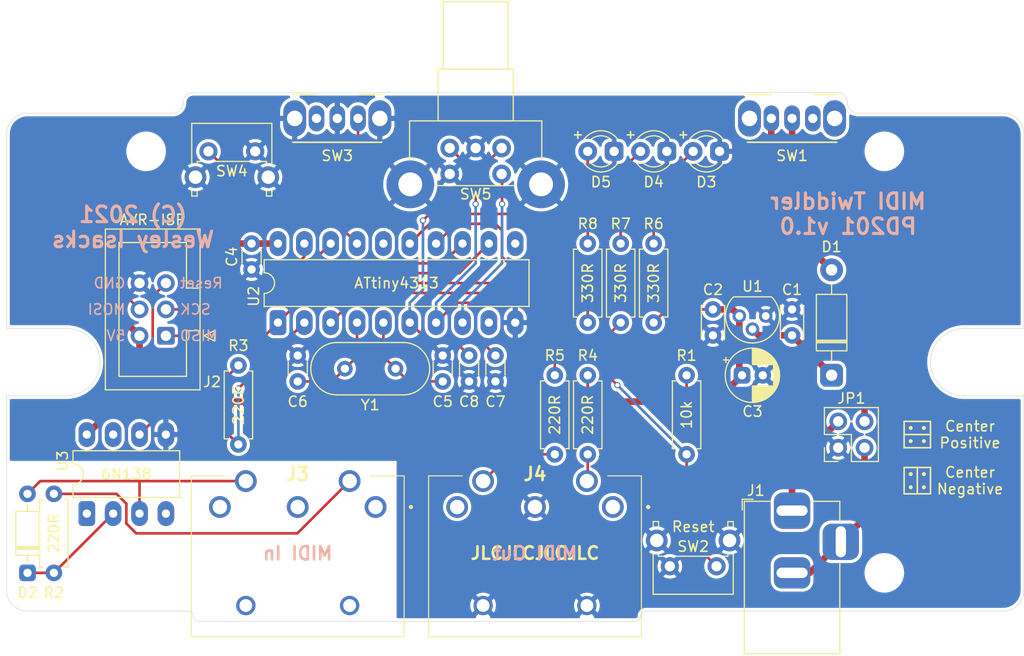
<source format=kicad_pcb>
(kicad_pcb (version 20211014) (generator pcbnew)
  (layers (0 "F.Cu" signal) (31 "B.Cu" signal) (36 "B.SilkS" user "B.Silkscreen") (37 "F.SilkS" user "F.Silkscreen") (38 "B.Mask" user) (39 "F.Mask" user) (44 "Edge.Cuts" user))
  (net 0 "")
  (net 1 "GND")
  (net 2 "+5V")
  (net 3 "/MOSI")
  (net 4 "/SCK")
  (net 5 "/MISO")
  (net 6 "RX")
  (net 7 "TX")
  (net 8 "LED2")
  (net 9 "LED1")
  (net 10 "/X1")
  (net 11 "/X2")
  (net 12 "/J1Pin")
  (net 13 "/J1Brl")
  (net 14 "/LEDP")
  (net 15 "/LED1'")
  (net 16 "/LED2'")
  (net 17 "/Raw''")
  (net 18 "/Raw'")
  (net 19 "/In-")
  (net 20 "/In+'")
  (net 21 "~{Reset}")
  (net 22 "/In+")
  (net 23 "/Out-")
  (net 24 "/Out+")
  (net 25 "/Raw")
  (net 26 "Switch")
  (net 27 "Button")
  (net 28 "Enc_A")
  (net 29 "Enc_B")
  (net 30 "Enc_SW")
  (footprint "MountingHole:MountingHole_3.2mm_M3" (layer "F.Cu") (at 116.84 81.28)
    (fp_text reference "MH1" hide)
    (fp_text value "3.2mm" hide)
    (pad "" np_thru_hole circle locked (at 0 0) (size 3.2 3.2) (drill 3.2) (layers *.Cu *.Mask))
  )
  (footprint "MountingHole:MountingHole_3.2mm_M3" (layer "F.Cu") (at 187.96 81.28)
    (fp_text reference "MH2" hide)
    (fp_text value "3.2mm" hide)
    (pad "" np_thru_hole circle locked (at 0 0) (size 3.2 3.2) (drill 3.2) (layers *.Cu *.Mask))
  )
  (footprint "MountingHole:MountingHole_3.2mm_M3" (layer "F.Cu") (at 187.96 121.92)
    (fp_text reference "MH4" hide)
    (fp_text value "3.2mm" hide)
    (pad "" np_thru_hole circle locked (at 0 0) (size 3.2 3.2) (drill 3.2) (layers *.Cu *.Mask))
  )
  (footprint "MountingHole:MountingHole_3.2mm_M3" (layer "F.Cu") (at 116.84 121.92)
    (fp_text reference "MH3" hide)
    (fp_text value "3.2mm" hide)
    (pad "" np_thru_hole circle locked (at 0 0) (size 3.2 3.2) (drill 3.2) (layers *.Cu *.Mask))
  )
  (footprint "Capacitor_THT:C_Disc_D3.0mm_W2.0mm_P2.50mm" (layer "F.Cu") (at 171.45 96.52 -90)
    (fp_text reference "C2" (at -1.905 0 180) (layer "F.SilkS"))
    (fp_text value "1uF")
    (pad "1" thru_hole circle (at 0 0 270) (size 1.6 1.6) (drill 0.8) (layers *.Cu *.Mask) (net 2 "+5V"))
    (pad "2" thru_hole circle (at 2.5 0 270) (size 1.6 1.6) (drill 0.8) (layers *.Cu *.Mask) (net 1 "GND"))
  )
  (footprint "LED_THT:LED_D3.0mm" (layer "F.Cu") (at 161.925 81.28 180)
    (fp_text reference "D5" (at 1.27 -2.96) (layer "F.SilkS"))
    (fp_text value "Yellow")
    (pad "1" thru_hole roundrect (at 0 0 180) (size 1.8 1.8) (drill 0.9) (layers *.Cu *.Mask) (net 1 "GND"))
    (pad "2" thru_hole circle (at 2.54 0 180) (size 1.8 1.8) (drill 0.9) (layers *.Cu *.Mask) (net 16 "/LED2'"))
  )
  (footprint "miditwiddle:DIN-5-180-Socket" (layer "F.Cu") (at 138.945 115.57)
    (fp_text reference "J3" (at -7.5 -3.175) (layer "F.SilkS") (effects (font (size 1.27 1.27) (thickness 0.254))))
    (fp_text value "MIDI In" (at -7.5 4.475) (layer "B.SilkS") (effects (font (size 1.27 1.27) (thickness 0.254)) (justify mirror)))
    (pad "1" thru_hole circle locked (at 0 0) (size 2.1 2.1) (drill 1.4) (layers *.Cu *.Mask))
    (pad "2" thru_hole circle locked (at -7.5 0) (size 2.1 2.1) (drill 1.4) (layers *.Cu *.Mask))
    (pad "3" thru_hole circle locked (at -15 0) (size 2.1 2.1) (drill 1.4) (layers *.Cu *.Mask))
    (pad "4" thru_hole circle locked (at -2.5 -2.5) (size 2.1 2.1) (drill 1.4) (layers *.Cu *.Mask) (net 22 "/In+"))
    (pad "5" thru_hole circle locked (at -12.5 -2.5) (size 2.1 2.1) (drill 1.4) (layers *.Cu *.Mask) (net 19 "/In-"))
    (pad "MH1" thru_hole circle locked (at -2.5 9.5) (size 1.86 1.86) (drill 1.24) (layers *.Cu *.Mask))
    (pad "MH2" thru_hole circle locked (at -12.5 9.5) (size 1.86 1.86) (drill 1.24) (layers *.Cu *.Mask))
  )
  (footprint "miditwiddle:DIN-5-180-Socket" (layer "F.Cu") (at 161.805 115.57)
    (fp_text reference "J4" (at -7.5 -3.175) (layer "F.SilkS") (effects (font (size 1.27 1.27) (thickness 0.254))))
    (fp_text value "MIDI Out" (at -7.5 4.475) (layer "B.SilkS") (effects (font (size 1.27 1.27) (thickness 0.254)) (justify mirror)))
    (pad "1" thru_hole circle locked (at 0 0) (size 2.1 2.1) (drill 1.4) (layers *.Cu *.Mask))
    (pad "2" thru_hole circle locked (at -7.5 0) (size 2.1 2.1) (drill 1.4) (layers *.Cu *.Mask) (net 1 "GND"))
    (pad "3" thru_hole circle locked (at -15 0) (size 2.1 2.1) (drill 1.4) (layers *.Cu *.Mask))
    (pad "4" thru_hole circle locked (at -2.5 -2.5) (size 2.1 2.1) (drill 1.4) (layers *.Cu *.Mask) (net 24 "/Out+"))
    (pad "5" thru_hole circle locked (at -12.5 -2.5) (size 2.1 2.1) (drill 1.4) (layers *.Cu *.Mask) (net 23 "/Out-"))
    (pad "MH1" thru_hole circle locked (at -2.5 9.5) (size 1.86 1.86) (drill 1.24) (layers *.Cu *.Mask) (net 1 "GND"))
    (pad "MH2" thru_hole circle locked (at -12.5 9.5) (size 1.86 1.86) (drill 1.24) (layers *.Cu *.Mask) (net 1 "GND"))
  )
  (footprint "Resistor_THT:R_Axial_DIN0207_L6.3mm_D2.5mm_P7.62mm_Horizontal" (layer "F.Cu") (at 156.21 110.49 90)
    (fp_text reference "R5" (at 9.525 0 180) (layer "F.SilkS"))
    (fp_text value "220R" (at 3.81 0 90) (layer "F.SilkS"))
    (pad "1" thru_hole circle (at 0 0 90) (size 1.6 1.6) (drill 0.8) (layers *.Cu *.Mask) (net 23 "/Out-"))
    (pad "2" thru_hole oval (at 7.62 0 90) (size 1.6 1.6) (drill 0.8) (layers *.Cu *.Mask) (net 7 "TX"))
  )
  (footprint "Diode_THT:D_DO-41_SOD81_P10.16mm_Horizontal" (layer "F.Cu") (at 182.88 102.87 90)
    (fp_text reference "D1" (at 12.3825 0 180) (layer "F.SilkS"))
    (fp_text value "1N4001")
    (pad "1" thru_hole roundrect (at 0 0 90) (size 2.2 2.2) (drill 1.1) (layers *.Cu *.Mask) (net 17 "/Raw''"))
    (pad "2" thru_hole oval (at 10.16 0 90) (size 2.2 2.2) (drill 1.1) (layers *.Cu *.Mask) (net 18 "/Raw'"))
  )
  (footprint "Connector_PinHeader_2.54mm:PinHeader_2x02_P2.54mm_Vertical" (layer "F.Cu") (at 183.515 109.855 90)
    (fp_text reference "JP1" (at 4.7625 1.27 180) (layer "F.SilkS"))
    (fp_text value "Polarity")
    (pad "1" thru_hole circle (at 0 0 90) (size 1.7 1.7) (drill 1) (layers *.Cu *.Mask) (net 1 "GND"))
    (pad "2" thru_hole oval (at 2.54 0 90) (size 1.7 1.7) (drill 1) (layers *.Cu *.Mask) (net 12 "/J1Pin"))
    (pad "3" thru_hole oval (at 0 2.54 90) (size 1.7 1.7) (drill 1) (layers *.Cu *.Mask) (net 13 "/J1Brl"))
    (pad "4" thru_hole oval (at 2.54 2.54 90) (size 1.7 1.7) (drill 1) (layers *.Cu *.Mask) (net 25 "/Raw"))
  )
  (footprint "Button_Switch_THT:SW_Tactile_SPST_Angled_PTS645Vx83-2LFS" (layer "F.Cu") (at 171.795 121.285 180)
    (fp_text reference "SW2" (at 2.25 1.905) (layer "F.SilkS"))
    (fp_text value "Reset" (at 2.25 3.81) (layer "F.SilkS"))
    (pad "" thru_hole circle (at -1.25 2.49 180) (size 2.1 2.1) (drill 1.3) (layers *.Cu *.Mask) (net 1 "GND"))
    (pad "" thru_hole circle (at 5.76 2.49 180) (size 2.1 2.1) (drill 1.3) (layers *.Cu *.Mask) (net 1 "GND"))
    (pad "1" thru_hole circle (at 0 0 180) (size 1.75 1.75) (drill 0.99) (layers *.Cu *.Mask) (net 21 "~{Reset}"))
    (pad "2" thru_hole circle (at 4.5 0 180) (size 1.75 1.75) (drill 0.99) (layers *.Cu *.Mask) (net 1 "GND"))
  )
  (footprint "Resistor_THT:R_Axial_DIN0207_L6.3mm_D2.5mm_P7.62mm_Horizontal" (layer "F.Cu") (at 168.91 102.87 -90)
    (fp_text reference "R1" (at -1.905 0 180) (layer "F.SilkS"))
    (fp_text value "10k" (at 3.81 0 90) (layer "F.SilkS"))
    (pad "1" thru_hole circle (at 0 0 270) (size 1.6 1.6) (drill 0.8) (layers *.Cu *.Mask) (net 2 "+5V"))
    (pad "2" thru_hole oval (at 7.62 0 270) (size 1.6 1.6) (drill 0.8) (layers *.Cu *.Mask) (net 21 "~{Reset}"))
  )
  (footprint "Connector_IDC:IDC-Header_2x03_P2.54mm_Vertical" (layer "F.Cu") (at 118.745 99.06 180)
    (fp_text reference "J2" (at -4.445 -4.445) (layer "F.SilkS"))
    (fp_text value "AVR-ISP" (at 1.27 11.18) (layer "F.SilkS"))
    (pad "1" thru_hole roundrect (at 0 0 180) (size 1.7 1.7) (drill 1) (layers *.Cu *.Mask) (roundrect_rratio 0.147059) (net 5 "/MISO"))
    (pad "2" thru_hole circle (at 2.54 0 180) (size 1.7 1.7) (drill 1) (layers *.Cu *.Mask) (net 2 "+5V"))
    (pad "3" thru_hole circle (at 0 2.54 180) (size 1.7 1.7) (drill 1) (layers *.Cu *.Mask) (net 4 "/SCK"))
    (pad "4" thru_hole circle (at 2.54 2.54 180) (size 1.7 1.7) (drill 1) (layers *.Cu *.Mask) (net 3 "/MOSI"))
    (pad "5" thru_hole circle (at 0 5.08 180) (size 1.7 1.7) (drill 1) (layers *.Cu *.Mask) (net 21 "~{Reset}"))
    (pad "6" thru_hole circle (at 2.54 5.08 180) (size 1.7 1.7) (drill 1) (layers *.Cu *.Mask) (net 1 "GND"))
  )
  (footprint "Crystal:Crystal_HC49-4H_Vertical" (layer "F.Cu") (at 135.99 102.235)
    (fp_text reference "Y1" (at 2.44 3.4925) (layer "F.SilkS"))
    (fp_text value "8MHz")
    (pad "1" thru_hole circle (at 0 0) (size 1.5 1.5) (drill 0.8) (layers *.Cu *.Mask) (net 11 "/X2"))
    (pad "2" thru_hole circle (at 4.88 0) (size 1.5 1.5) (drill 0.8) (layers *.Cu *.Mask) (net 10 "/X1"))
  )
  (footprint "Package_DIP:DIP-20_W7.62mm_LongPads" (layer "F.Cu") (at 129.54 97.79 90)
    (fp_text reference "U2" (at 2.54 -2.33 90) (layer "F.SilkS"))
    (fp_text value "ATtiny4313" (at 3.81 11.43 180) (layer "F.SilkS"))
    (pad "1" thru_hole roundrect (at 0 0 90) (size 2.4 1.6) (drill 0.8) (layers *.Cu *.Mask) (net 21 "~{Reset}"))
    (pad "2" thru_hole oval (at 0 2.54 90) (size 2.4 1.6) (drill 0.8) (layers *.Cu *.Mask) (net 6 "RX"))
    (pad "3" thru_hole oval (at 0 5.08 90) (size 2.4 1.6) (drill 0.8) (layers *.Cu *.Mask) (net 7 "TX"))
    (pad "4" thru_hole oval (at 0 7.62 90) (size 2.4 1.6) (drill 0.8) (layers *.Cu *.Mask) (net 11 "/X2"))
    (pad "5" thru_hole oval (at 0 10.16 90) (size 2.4 1.6) (drill 0.8) (layers *.Cu *.Mask) (net 10 "/X1"))
    (pad "6" thru_hole oval (at 0 12.7 90) (size 2.4 1.6) (drill 0.8) (layers *.Cu *.Mask) (net 29 "Enc_B"))
    (pad "7" thru_hole oval (at 0 15.24 90) (size 2.4 1.6) (drill 0.8) (layers *.Cu *.Mask) (net 28 "Enc_A"))
    (pad "8" thru_hole oval (at 0 17.78 90) (size 2.4 1.6) (drill 0.8) (layers *.Cu *.Mask) (net 30 "Enc_SW"))
    (pad "9" thru_hole oval (at 0 20.32 90) (size 2.4 1.6) (drill 0.8) (layers *.Cu *.Mask))
    (pad "10" thru_hole oval (at 0 22.86 90) (size 2.4 1.6) (drill 0.8) (layers *.Cu *.Mask) (net 1 "GND"))
    (pad "11" thru_hole oval (at 7.62 22.86 90) (size 2.4 1.6) (drill 0.8) (layers *.Cu *.Mask))
    (pad "12" thru_hole oval (at 7.62 20.32 90) (size 2.4 1.6) (drill 0.8) (layers *.Cu *.Mask) (net 27 "Button"))
    (pad "13" thru_hole oval (at 7.62 17.78 90) (size 2.4 1.6) (drill 0.8) (layers *.Cu *.Mask) (net 26 "Switch"))
    (pad "14" thru_hole oval (at 7.62 15.24 90) (size 2.4 1.6) (drill 0.8) (layers *.Cu *.Mask) (net 9 "LED1"))
    (pad "15" thru_hole oval (at 7.62 12.7 90) (size 2.4 1.6) (drill 0.8) (layers *.Cu *.Mask) (net 8 "LED2"))
    (pad "16" thru_hole oval (at 7.62 10.16 90) (size 2.4 1.6) (drill 0.8) (layers *.Cu *.Mask))
    (pad "17" thru_hole oval (at 7.62 7.62 90) (size 2.4 1.6) (drill 0.8) (layers *.Cu *.Mask) (net 3 "/MOSI"))
    (pad "18" thru_hole oval (at 7.62 5.08 90) (size 2.4 1.6) (drill 0.8) (layers *.Cu *.Mask) (net 5 "/MISO"))
    (pad "19" thru_hole oval (at 7.62 2.54 90) (size 2.4 1.6) (drill 0.8) (layers *.Cu *.Mask) (net 4 "/SCK"))
    (pad "20" thru_hole oval (at 7.62 0 90) (size 2.4 1.6) (drill 0.8) (layers *.Cu *.Mask) (net 2 "+5V"))
  )
  (footprint "Capacitor_THT:C_Disc_D3.0mm_W1.6mm_P2.50mm" (layer "F.Cu") (at 127 90.17 -90)
    (fp_text reference "C4" (at 1.27 1.905 90) (layer "F.SilkS"))
    (fp_text value "0.1uF")
    (pad "1" thru_hole circle (at 0 0 270) (size 1.6 1.6) (drill 0.8) (layers *.Cu *.Mask) (net 2 "+5V"))
    (pad "2" thru_hole circle (at 2.5 0 270) (size 1.6 1.6) (drill 0.8) (layers *.Cu *.Mask) (net 1 "GND"))
  )
  (footprint "Resistor_THT:R_Axial_DIN0207_L6.3mm_D2.5mm_P7.62mm_Horizontal" (layer "F.Cu") (at 159.385 110.49 90)
    (fp_text reference "R4" (at 9.525 0 180) (layer "F.SilkS"))
    (fp_text value "220R" (at 3.81 0 90) (layer "F.SilkS"))
    (pad "1" thru_hole circle (at 0 0 90) (size 1.6 1.6) (drill 0.8) (layers *.Cu *.Mask) (net 24 "/Out+"))
    (pad "2" thru_hole oval (at 7.62 0 90) (size 1.6 1.6) (drill 0.8) (layers *.Cu *.Mask) (net 2 "+5V"))
  )
  (footprint "Capacitor_THT:C_Disc_D3.0mm_W2.0mm_P2.50mm" (layer "F.Cu") (at 179.07 99.02 90)
    (fp_text reference "C1" (at 4.405 0 180) (layer "F.SilkS"))
    (fp_text value "1uF")
    (pad "1" thru_hole circle (at 0 0 90) (size 1.6 1.6) (drill 0.8) (layers *.Cu *.Mask) (net 17 "/Raw''"))
    (pad "2" thru_hole circle (at 2.5 0 90) (size 1.6 1.6) (drill 0.8) (layers *.Cu *.Mask) (net 1 "GND"))
  )
  (footprint "Package_TO_SOT_THT:TO-92" (layer "F.Cu") (at 176.53 97.155 180)
    (fp_text reference "U1" (at 1.27 2.8575) (layer "F.SilkS"))
    (fp_text value "MCP1702-5002E")
    (pad "1" thru_hole circle (at 0 0 180) (size 1.3 1.3) (drill 0.75) (layers *.Cu *.Mask) (net 1 "GND"))
    (pad "2" thru_hole circle (at 1.27 -1.27 180) (size 1.3 1.3) (drill 0.75) (layers *.Cu *.Mask) (net 17 "/Raw''"))
    (pad "3" thru_hole circle (at 2.54 0 180) (size 1.3 1.3) (drill 0.75) (layers *.Cu *.Mask) (net 2 "+5V"))
  )
  (footprint "Resistor_THT:R_Axial_DIN0207_L6.3mm_D2.5mm_P7.62mm_Horizontal" (layer "F.Cu") (at 165.735 97.79 90)
    (fp_text reference "R6" (at 9.525 0 180) (layer "F.SilkS"))
    (fp_text value "330R" (at 3.81 0 90) (layer "F.SilkS"))
    (pad "1" thru_hole circle (at 0 0 90) (size 1.6 1.6) (drill 0.8) (layers *.Cu *.Mask) (net 2 "+5V"))
    (pad "2" thru_hole oval (at 7.62 0 90) (size 1.6 1.6) (drill 0.8) (layers *.Cu *.Mask) (net 14 "/LEDP"))
  )
  (footprint "Resistor_THT:R_Axial_DIN0207_L6.3mm_D2.5mm_P7.62mm_Horizontal" (layer "F.Cu") (at 162.56 97.79 90)
    (fp_text reference "R7" (at 9.525 0 180) (layer "F.SilkS"))
    (fp_text value "330R" (at 3.81 0 90) (layer "F.SilkS"))
    (pad "1" thru_hole circle (at 0 0 90) (size 1.6 1.6) (drill 0.8) (layers *.Cu *.Mask) (net 9 "LED1"))
    (pad "2" thru_hole oval (at 7.62 0 90) (size 1.6 1.6) (drill 0.8) (layers *.Cu *.Mask) (net 15 "/LED1'"))
  )
  (footprint "LED_THT:LED_D3.0mm" (layer "F.Cu") (at 172.085 81.28 180)
    (fp_text reference "D3" (at 1.27 -2.96) (layer "F.SilkS"))
    (fp_text value "Green")
    (pad "1" thru_hole roundrect (at 0 0 180) (size 1.8 1.8) (drill 0.9) (layers *.Cu *.Mask) (net 1 "GND"))
    (pad "2" thru_hole circle (at 2.54 0 180) (size 1.8 1.8) (drill 0.9) (layers *.Cu *.Mask) (net 14 "/LEDP"))
  )
  (footprint "LED_THT:LED_D3.0mm" (layer "F.Cu") (at 167.005 81.28 180)
    (fp_text reference "D4" (at 1.27 -2.96) (layer "F.SilkS"))
    (fp_text value "Red")
    (pad "1" thru_hole roundrect (at 0 0 180) (size 1.8 1.8) (drill 0.9) (layers *.Cu *.Mask) (net 1 "GND"))
    (pad "2" thru_hole circle (at 2.54 0 180) (size 1.8 1.8) (drill 0.9) (layers *.Cu *.Mask) (net 15 "/LED1'"))
  )
  (footprint "Capacitor_THT:CP_Radial_D5.0mm_P2.00mm" (layer "F.Cu") (at 174.25 102.87)
    (fp_text reference "C3" (at 1.01 3.4925) (layer "F.SilkS"))
    (fp_text value "22uF")
    (pad "1" thru_hole roundrect (at 0 0) (size 1.6 1.6) (drill 0.8) (layers *.Cu *.Mask) (net 2 "+5V"))
    (pad "2" thru_hole circle (at 2 0) (size 1.6 1.6) (drill 0.8) (layers *.Cu *.Mask) (net 1 "GND"))
  )
  (footprint "Button_Switch_THT:SW_CuK_OS102011MA1QN1_SPDT_Angled" (layer "F.Cu") (at 181.07 78.105 180)
    (fp_text reference "SW1" (at 2 -3.6) (layer "F.SilkS"))
    (fp_text value "Power")
    (pad "" thru_hole oval (at -2.1 0 180) (size 2.2 3.5) (drill 1.5) (layers *.Cu *.Mask))
    (pad "" thru_hole oval (at 6.1 0 180) (size 2.2 3.5) (drill 1.5) (layers *.Cu *.Mask))
    (pad "1" thru_hole oval (at 0 0 180) (size 1.5 2.5) (drill 0.9) (layers *.Cu *.Mask))
    (pad "2" thru_hole oval (at 2 0 180) (size 1.5 2.5) (drill 0.9) (layers *.Cu *.Mask) (net 25 "/Raw"))
    (pad "3" thru_hole oval (at 4 0 180) (size 1.5 2.5) (drill 0.9) (layers *.Cu *.Mask) (net 18 "/Raw'"))
  )
  (footprint "Button_Switch_THT:SW_CuK_OS102011MA1QN1_SPDT_Angled" (layer "F.Cu") (at 137.255 78.105 180)
    (fp_text reference "SW3" (at 2 -3.6) (layer "F.SilkS"))
    (fp_text value "Switch")
    (pad "" thru_hole oval (at 6.1 0 180) (size 2.2 3.5) (drill 1.5) (layers *.Cu *.Mask) (net 1 "GND"))
    (pad "" thru_hole oval (at -2.1 0 180) (size 2.2 3.5) (drill 1.5) (layers *.Cu *.Mask) (net 1 "GND"))
    (pad "1" thru_hole oval (at 0 0 180) (size 1.5 2.5) (drill 0.9) (layers *.Cu *.Mask) (net 26 "Switch"))
    (pad "2" thru_hole oval (at 2 0 180) (size 1.5 2.5) (drill 0.9) (layers *.Cu *.Mask) (net 1 "GND"))
    (pad "3" thru_hole oval (at 4 0 180) (size 1.5 2.5) (drill 0.9) (layers *.Cu *.Mask))
  )
  (footprint "Resistor_THT:R_Axial_DIN0207_L6.3mm_D2.5mm_P7.62mm_Horizontal" (layer "F.Cu") (at 159.385 97.79 90)
    (fp_text reference "R8" (at 9.525 0 180) (layer "F.SilkS"))
    (fp_text value "330R" (at 3.81 0 90) (layer "F.SilkS"))
    (pad "1" thru_hole circle (at 0 0 90) (size 1.6 1.6) (drill 0.8) (layers *.Cu *.Mask) (net 8 "LED2"))
    (pad "2" thru_hole oval (at 7.62 0 90) (size 1.6 1.6) (drill 0.8) (layers *.Cu *.Mask) (net 16 "/LED2'"))
  )
  (footprint "Button_Switch_THT:SW_Tactile_SPST_Angled_PTS645Vx83-2LFS" (layer "F.Cu") (at 122.845 81.28)
    (fp_text reference "SW4" (at 2.25 1.905) (layer "F.SilkS"))
    (fp_text value "Button")
    (pad "" thru_hole circle (at 5.76 2.49) (size 2.1 2.1) (drill 1.3) (layers *.Cu *.Mask) (net 1 "GND"))
    (pad "" thru_hole circle (at -1.25 2.49) (size 2.1 2.1) (drill 1.3) (layers *.Cu *.Mask) (net 1 "GND"))
    (pad "1" thru_hole circle (at 0 0) (size 1.75 1.75) (drill 0.99) (layers *.Cu *.Mask) (net 27 "Button"))
    (pad "2" thru_hole circle (at 4.5 0) (size 1.75 1.75) (drill 0.99) (layers *.Cu *.Mask) (net 1 "GND"))
  )
  (footprint "Capacitor_THT:C_Disc_D3.0mm_W1.6mm_P2.50mm" (layer "F.Cu") (at 147.955 100.965 -90)
    (fp_text reference "C8" (at 4.445 0 180) (layer "F.SilkS"))
    (fp_text value "10nF")
    (pad "1" thru_hole circle (at 0 0 270) (size 1.6 1.6) (drill 0.8) (layers *.Cu *.Mask) (net 29 "Enc_B"))
    (pad "2" thru_hole circle (at 2.5 0 270) (size 1.6 1.6) (drill 0.8) (layers *.Cu *.Mask) (net 1 "GND"))
  )
  (footprint "Resistor_THT:R_Axial_DIN0207_L6.3mm_D2.5mm_P7.62mm_Horizontal" (layer "F.Cu") (at 107.95 121.92 90)
    (fp_text reference "R2" (at -1.905 0 180) (layer "F.SilkS"))
    (fp_text value "220R" (at 3.81 0 90) (layer "F.SilkS"))
    (pad "1" thru_hole circle (at 0 0 90) (size 1.6 1.6) (drill 0.8) (layers *.Cu *.Mask) (net 20 "/In+'"))
    (pad "2" thru_hole oval (at 7.62 0 90) (size 1.6 1.6) (drill 0.8) (layers *.Cu *.Mask) (net 22 "/In+"))
  )
  (footprint "Diode_THT:D_DO-35_SOD27_P7.62mm_Horizontal" (layer "F.Cu") (at 105.41 121.92 90)
    (fp_text reference "D2" (at -1.905 0 180) (layer "F.SilkS"))
    (fp_text value "1N1418")
    (pad "1" thru_hole roundrect (at 0 0 90) (size 1.6 1.6) (drill 0.8) (layers *.Cu *.Mask) (net 20 "/In+'"))
    (pad "2" thru_hole oval (at 7.62 0 90) (size 1.6 1.6) (drill 0.8) (layers *.Cu *.Mask) (net 19 "/In-"))
  )
  (footprint "Resistor_THT:R_Axial_DIN0207_L6.3mm_D2.5mm_P7.62mm_Horizontal" (layer "F.Cu") (at 125.73 101.9175 -90)
    (fp_text reference "R3" (at -1.905 0 180) (layer "F.SilkS"))
    (fp_text value "220R" (at 3.81 0 90) (layer "F.SilkS"))
    (pad "1" thru_hole circle (at 0 0 270) (size 1.6 1.6) (drill 0.8) (layers *.Cu *.Mask) (net 2 "+5V"))
    (pad "2" thru_hole oval (at 7.62 0 270) (size 1.6 1.6) (drill 0.8) (layers *.Cu *.Mask) (net 6 "RX"))
  )
  (footprint "Capacitor_THT:C_Disc_D3.0mm_W1.6mm_P2.50mm" (layer "F.Cu") (at 145.415 103.465 90)
    (fp_text reference "C5" (at -1.945 0 180) (layer "F.SilkS"))
    (fp_text value "22pF")
    (pad "1" thru_hole circle (at 0 0 90) (size 1.6 1.6) (drill 0.8) (layers *.Cu *.Mask) (net 10 "/X1"))
    (pad "2" thru_hole circle (at 2.5 0 90) (size 1.6 1.6) (drill 0.8) (layers *.Cu *.Mask) (net 1 "GND"))
  )
  (footprint "Capacitor_THT:C_Disc_D3.0mm_W1.6mm_P2.50mm" (layer "F.Cu") (at 131.445 103.465 90)
    (fp_text reference "C6" (at -1.945 0 180) (layer "F.SilkS"))
    (fp_text value "22pF")
    (pad "1" thru_hole circle (at 0 0 90) (size 1.6 1.6) (drill 0.8) (layers *.Cu *.Mask) (net 11 "/X2"))
    (pad "2" thru_hole circle (at 2.5 0 90) (size 1.6 1.6) (drill 0.8) (layers *.Cu *.Mask) (net 1 "GND"))
  )
  (footprint "Capacitor_THT:C_Disc_D3.0mm_W1.6mm_P2.50mm" (layer "F.Cu") (at 150.495 100.965 -90)
    (fp_text reference "C7" (at 4.445 0 180) (layer "F.SilkS"))
    (fp_text value "10nF")
    (pad "1" thru_hole circle (at 0 0 270) (size 1.6 1.6) (drill 0.8) (layers *.Cu *.Mask) (net 28 "Enc_A"))
    (pad "2" thru_hole circle (at 2.5 0 270) (size 1.6 1.6) (drill 0.8) (layers *.Cu *.Mask) (net 1 "GND"))
  )
  (footprint "Package_DIP:DIP-8_W7.62mm_LongPads" (layer "F.Cu") (at 111.125 116.205 90)
    (fp_text reference "U3" (at 5.08 -2.33 90) (layer "F.SilkS"))
    (fp_text value "6N138" (at 3.81 3.81 180) (layer "F.SilkS"))
    (pad "1" thru_hole roundrect (at 0 0 90) (size 2.4 1.6) (drill 0.8) (layers *.Cu *.Mask))
    (pad "2" thru_hole oval (at 0 2.54 90) (size 2.4 1.6) (drill 0.8) (layers *.Cu *.Mask) (net 20 "/In+'"))
    (pad "3" thru_hole oval (at 0 5.08 90) (size 2.4 1.6) (drill 0.8) (layers *.Cu *.Mask) (net 19 "/In-"))
    (pad "4" thru_hole oval (at 0 7.62 90) (size 2.4 1.6) (drill 0.8) (layers *.Cu *.Mask))
    (pad "5" thru_hole oval (at 7.62 7.62 90) (size 2.4 1.6) (drill 0.8) (layers *.Cu *.Mask) (net 1 "GND"))
    (pad "6" thru_hole oval (at 7.62 5.08 90) (size 2.4 1.6) (drill 0.8) (layers *.Cu *.Mask) (net 6 "RX"))
    (pad "7" thru_hole oval (at 7.62 2.54 90) (size 2.4 1.6) (drill 0.8) (layers *.Cu *.Mask))
    (pad "8" thru_hole oval (at 7.62 0 90) (size 2.4 1.6) (drill 0.8) (layers *.Cu *.Mask) (net 2 "+5V"))
  )
  (footprint "Connector_BarrelJack:BarrelJack_Horizontal" (layer "F.Cu") (at 179.07 115.92 90)
    (fp_text reference "J1" (at 1.9375 -3.4925 180) (layer "F.SilkS"))
    (fp_text value "9V DC In")
    (pad "1" thru_hole roundrect (at 0 0 90) (size 3.5 3.5) (drill oval 1 3) (layers *.Cu *.Mask) (net 12 "/J1Pin"))
    (pad "2" thru_hole roundrect (at -6 0 90) (size 3 3.5) (drill oval 1 3) (layers *.Cu *.Mask) (net 13 "/J1Brl"))
    (pad "3" thru_hole roundrect (at -3 4.7 90) (size 3.5 3.5) (drill oval 3 1) (layers *.Cu *.Mask) (net 13 "/J1Brl"))
  )
  (footprint "miditwiddle:Rotary_Enc_Push" (layer "F.Cu") (at 151.09 80.9625 90)
    (fp_text reference "SW5" (at -4.445 -2.5 180) (layer "F.SilkS"))
    (fp_text value "Rotary_Enc")
    (pad "" thru_hole circle locked (at -3.5 -8.8 90) (size 4.6 4.6) (drill 2.3) (layers *.Cu *.Mask) (net 1 "GND"))
    (pad "" thru_hole circle locked (at -3.5 3.8 90) (size 4.6 4.6) (drill 2.3) (layers *.Cu *.Mask) (net 1 "GND"))
    (pad "A" thru_hole circle locked (at 0 0 90) (size 1.8 1.8) (drill 1) (layers *.Cu *.Mask) (net 28 "Enc_A"))
    (pad "B" thru_hole circle locked (at 0 -5 90) (size 1.8 1.8) (drill 1) (layers *.Cu *.Mask) (net 29 "Enc_B"))
    (pad "C" thru_hole circle locked (at 0 -2.5 90) (size 1.8 1.8) (drill 1) (layers *.Cu *.Mask) (net 1 "GND"))
    (pad "S1" thru_hole circle locked (at -2.5 0 90) (size 1.8 1.8) (drill 1) (layers *.Cu *.Mask) (net 30 "Enc_SW"))
    (pad "S2" thru_hole circle locked (at -2.5 -5 90) (size 1.8 1.8) (drill 1) (layers *.Cu *.Mask) (net 1 "GND"))
  )
  (gr_line (start 189.865 109.855) (end 189.865 107.315) (layer "F.SilkS") (width 0.15))
  (gr_line (start 189.865 114.3) (end 189.865 111.76) (layer "F.SilkS") (width 0.15))
  (gr_line (start 191.76746 107.95) (end 191.77 107.95) (layer "F.SilkS") (width 0.381))
  (gr_line (start 191.76746 109.22) (end 191.77 109.22) (layer "F.SilkS") (width 0.381))
  (gr_line (start 190.5 109.22) (end 190.50254 109.22) (layer "F.SilkS") (width 0.381))
  (gr_line (start 191.76746 112.395) (end 191.77 112.395) (layer "F.SilkS") (width 0.381))
  (gr_line (start 191.76746 113.665) (end 191.77 113.665) (layer "F.SilkS") (width 0.381))
  (gr_line (start 190.5 113.665) (end 190.50254 113.665) (layer "F.SilkS") (width 0.381))
  (gr_line (start 190.5 112.395) (end 190.50254 112.395) (layer "F.SilkS") (width 0.381))
  (gr_line (start 189.865 111.76) (end 192.405 111.76) (layer "F.SilkS") (width 0.15))
  (gr_line (start 192.405 111.76) (end 192.405 114.3) (layer "F.SilkS") (width 0.15))
  (gr_line (start 168.5925 79.375) (end 168.5925 80.01) (layer "F.SilkS") (width 0.15))
  (gr_line (start 192.405 109.855) (end 189.865 109.855) (layer "F.SilkS") (width 0.15))
  (gr_line (start 163.5125 79.375) (end 163.5125 80.01) (layer "F.SilkS") (width 0.15))
  (gr_line (start 190.5 107.95) (end 190.50254 107.95) (layer "F.SilkS") (width 0.381))
  (gr_line (start 192.405 107.315) (end 192.405 109.855) (layer "F.SilkS") (width 0.15))
  (gr_line (start 192.405 114.3) (end 189.865 114.3) (layer "F.SilkS") (width 0.15))
  (gr_line (start 191.135 111.76) (end 191.135 114.3) (layer "F.SilkS") (width 0.15))
  (gr_line (start 158.4325 80.01) (end 158.4325 79.375) (layer "F.SilkS") (width 0.15))
  (gr_line (start 168.91 79.6925) (end 168.275 79.6925) (layer "F.SilkS") (width 0.15))
  (gr_line (start 163.83 79.6925) (end 163.195 79.6925) (layer "F.SilkS") (width 0.15))
  (gr_line (start 189.865 108.585) (end 192.405 108.585) (layer "F.SilkS") (width 0.15))
  (gr_line (start 189.865 107.315) (end 192.405 107.315) (layer "F.SilkS") (width 0.15))
  (gr_line (start 158.115 79.6925) (end 158.75 79.6925) (layer "F.SilkS") (width 0.15))
  (gr_line (start 201.4 104.85) (end 201.4 123.6) (layer "Edge.Cuts") (width 0.05))
  (gr_line (start 199.4 125.6) (end 165 125.6) (layer "Edge.Cuts") (width 0.05))
  (gr_arc (start 121.9 126.6) (mid 121.546447 126.453553) (end 121.4 126.1) (layer "Edge.Cuts") (width 0.05))
  (gr_arc (start 120.9 125.6) (mid 121.253553 125.746447) (end 121.4 126.1) (layer "Edge.Cuts") (width 0.05))
  (gr_arc (start 164.5 126.1) (mid 164.353553 126.453553) (end 164 126.6) (layer "Edge.Cuts") (width 0.05))
  (gr_arc (start 164.5 126.1) (mid 164.646447 125.746447) (end 165 125.6) (layer "Edge.Cuts") (width 0.05))
  (gr_line (start 164 126.6) (end 121.9 126.6) (layer "Edge.Cuts") (width 0.05))
  (gr_line (start 185.4 77.6) (end 199.4 77.6) (layer "Edge.Cuts") (width 0.05))
  (gr_arc (start 120.4 76.6) (mid 120.107107 77.307107) (end 119.4 77.6) (layer "Edge.Cuts") (width 0.05))
  (gr_arc (start 120.4 76.6) (mid 120.692893 75.892893) (end 121.4 75.6) (layer "Edge.Cuts") (width 0.05))
  (gr_arc (start 183.4 75.6) (mid 184.107107 75.892893) (end 184.4 76.6) (layer "Edge.Cuts") (width 0.05))
  (gr_arc (start 185.4 77.6) (mid 184.692893 77.307107) (end 184.4 76.6) (layer "Edge.Cuts") (width 0.05))
  (gr_line (start 121.4 75.6) (end 183.4 75.6) (layer "Edge.Cuts") (width 0.05))
  (gr_arc (start 105.4 125.6) (mid 103.985786 125.014214) (end 103.4 123.6) (layer "Edge.Cuts") (width 0.05))
  (gr_line (start 105.4 77.6) (end 119.4 77.6) (layer "Edge.Cuts") (width 0.05))
  (gr_arc (start 199.4 77.6) (mid 200.814214 78.185786) (end 201.4 79.6) (layer "Edge.Cuts") (width 0.05))
  (gr_line (start 109.15 98.35) (end 103.4 98.35) (layer "Edge.Cuts") (width 0.05))
  (gr_line (start 120.9 125.6) (end 105.4 125.6) (layer "Edge.Cuts") (width 0.05))
  (gr_line (start 103.4 104.85) (end 109.15 104.85) (layer "Edge.Cuts") (width 0.05))
  (gr_arc (start 103.4 79.6) (mid 103.985786 78.185786) (end 105.4 77.6) (layer "Edge.Cuts") (width 0.05))
  (gr_arc (start 201.4 123.6) (mid 200.814214 125.014214) (end 199.4 125.6) (layer "Edge.Cuts") (width 0.05))
  (gr_line (start 103.4 98.35) (end 103.4 79.6) (layer "Edge.Cuts") (width 0.05))
  (gr_line (start 195.65 104.85) (end 201.4 104.85) (layer "Edge.Cuts") (width 0.05))
  (gr_line (start 201.4 98.35) (end 195.65 98.35) (layer "Edge.Cuts") (width 0.05))
  (gr_line (start 201.4 79.6) (end 201.4 98.35) (layer "Edge.Cuts") (width 0.05))
  (gr_arc (start 109.15 98.35) (mid 112.4 101.6) (end 109.15 104.85) (layer "Edge.Cuts") (width 0.05))
  (gr_arc (start 195.65 104.85) (mid 192.4 101.6) (end 195.65 98.35) (layer "Edge.Cuts") (width 0.05))
  (gr_line (start 103.4 123.6) (end 103.4 104.85) (layer "Edge.Cuts") (width 0.05))
  (gr_text "Reset" (at 120.015 93.98) (layer "B.SilkS") (effects (font (size 1 1)) (justify right mirror)))
  (gr_text "SCK" (at 120.015 96.52) (layer "B.SilkS") (effects (font (size 1 1)) (justify right mirror)))
  (gr_text "MOSI" (at 114.935 96.52) (layer "B.SilkS") (effects (font (size 1 1)) (justify left mirror)))
  (gr_text "5V" (at 114.935 99.06) (layer "B.SilkS") (effects (font (size 1 1)) (justify left mirror)))
  (gr_text "MISO" (at 120.015 99.06) (layer "B.SilkS") (effects (font (size 1 1)) (justify right mirror)))
  (gr_text "MIDI Twiddler\nPD201 v1.0" (at 184.4675 87.3125) (layer "B.SilkS") (effects (font (size 1.5 1.5) (thickness 0.3)) (justify mirror)))
  (gr_text "GND" (at 114.935 93.98) (layer "B.SilkS") (effects (font (size 1 1)) (justify left mirror)))
  (gr_text "(C) 2021\nWesley Isacks" (at 115.57 88.5825) (layer "B.SilkS") (effects (font (size 1.5 1.5) (thickness 0.3)) (justify mirror)))
  (gr_text "Center\nPositive" (at 196.215 108.585) (layer "F.SilkS") (effects (font (size 1 1))))
  (gr_text "JLCJLCJLCJLC" (at 154.305 120.015) (layer "F.SilkS") (effects (font (size 1.2 1.2) (thickness 0.25))))
  (gr_text "Center\nNegative" (at 196.215 113.03) (layer "F.SilkS") (effects (font (size 1 1))))
  (segment (start 173.99 97.155) (end 173.99 102.61) (width 0.635) (layer "F.Cu") (net 2))
  (segment (start 125.73 101.9175) (end 124.46 103.1875) (width 0.254) (layer "F.Cu") (net 2))
  (segment (start 167.005 96.52) (end 165.735 97.79) (width 0.254) (layer "F.Cu") (net 2))
  (segment (start 173.355 96.52) (end 173.99 97.155) (width 0.635) (layer "F.Cu") (net 2))
  (segment (start 171.71 105.41) (end 174.25 102.87) (width 0.635) (layer "F.Cu") (net 2))
  (segment (start 168.91 102.87) (end 168.91 105.41) (width 0.254) (layer "F.Cu") (net 2))
  (segment (start 171.45 96.52) (end 173.355 96.52) (width 0.635) (layer "F.Cu") (net 2))
  (segment (start 113.665 93.0275) (end 113.665 96.52) (width 0.635) (layer "F.Cu") (net 2))
  (segment (start 114.3 105.41) (end 124.46 105.41) (width 0.635) (layer "F.Cu") (net 2))
  (segment (start 159.385 102.87) (end 159.385 105.41) (width 0.254) (layer "F.Cu") (net 2))
  (segment (start 159.385 105.41) (end 168.91 105.41) (width 0.635) (layer "F.Cu") (net 2))
  (segment (start 173.99 102.61) (end 174.25 102.87) (width 0.635) (layer "F.Cu") (net 2))
  (segment (start 116.5225 90.17) (end 113.665 93.0275) (width 0.635) (layer "F.Cu") (net 2))
  (segment (start 124.46 103.1875) (end 124.46 105.41) (width 0.254) (layer "F.Cu") (net 2))
  (segment (start 114.3 103.505) (end 114.3 105.41) (width 0.635) (layer "F.Cu") (net 2))
  (segment (start 124.46 105.41) (end 159.385 105.41) (width 0.635) (layer "F.Cu") (net 2))
  (segment (start 111.125 108.585) (end 114.3 105.41) (width 0.635) (layer "F.Cu") (net 2))
  (segment (start 127 90.17) (end 116.5225 90.17) (width 0.635) (layer "F.Cu") (net 2))
  (segment (start 116.205 99.06) (end 116.205 101.6) (width 0.635) (layer "F.Cu") (net 2))
  (segment (start 171.45 96.52) (end 167.005 96.52) (width 0.254) (layer "F.Cu") (net 2))
  (segment (start 168.91 105.41) (end 171.71 105.41) (width 0.635) (layer "F.Cu") (net 2))
  (segment (start 113.665 96.52) (end 116.205 99.06) (width 0.635) (layer "F.Cu") (net 2))
  (segment (start 116.205 101.6) (end 114.3 103.505) (width 0.635) (layer "F.Cu") (net 2))
  (segment (start 129.54 90.17) (end 127 90.17) (width 0.635) (layer "F.Cu") (net 2))
  (segment (start 131.445 88.265) (end 135.255 88.265) (width 0.254) (layer "F.Cu") (net 3))
  (segment (start 114.6175 94.9325) (end 114.6175 93.345) (width 0.254) (layer "F.Cu") (net 3))
  (segment (start 130.81 91.44) (end 130.81 88.9) (width 0.254) (layer "F.Cu") (net 3))
  (segment (start 127.9525 94.2975) (end 130.81 91.44) (width 0.254) (layer "F.Cu") (net 3))
  (segment (start 121.285 94.2975) (end 127.9525 94.2975) (width 0.254) (layer "F.Cu") (net 3))
  (segment (start 135.255 88.265) (end 137.16 90.17) (width 0.254) (layer "F.Cu") (net 3))
  (segment (start 114.6175 93.345) (end 115.57 92.3925) (width 0.254) (layer "F.Cu") (net 3))
  (segment (start 116.205 96.52) (end 114.6175 94.9325) (width 0.254) (layer "F.Cu") (net 3))
  (segment (start 119.38 92.3925) (end 121.285 94.2975) (width 0.254) (layer "F.Cu") (net 3))
  (segment (start 130.81 88.9) (end 131.445 88.265) (width 0.254) (layer "F.Cu") (net 3))
  (segment (start 115.57 92.3925) (end 119.38 92.3925) (width 0.254) (layer "F.Cu") (net 3))
  (segment (start 132.08 90.17) (end 132.08 91.44) (width 0.254) (layer "F.Cu") (net 4))
  (segment (start 127 96.52) (end 118.745 96.52) (width 0.254) (layer "F.Cu") (net 4))
  (segment (start 132.08 91.44) (end 127 96.52) (width 0.254) (layer "F.Cu") (net 4))
  (segment (start 134.62 90.17) (end 125.73 99.06) (width 0.254) (layer "F.Cu") (net 5))
  (segment (start 125.73 99.06) (end 118.745 99.06) (width 0.254) (layer "F.Cu") (net 5))
  (segment (start 116.205 108.585) (end 118.11 106.68) (width 0.254) (layer "F.Cu") (net 6))
  (segment (start 118.11 106.68) (end 122.8725 106.68) (width 0.254) (layer "F.Cu") (net 6))
  (segment (start 132.08 97.79) (end 126.365 103.505) (width 0.254) (layer "F.Cu") (net 6))
  (segment (start 122.8725 106.68) (end 125.73 109.5375) (width 0.254) (layer "F.Cu") (net 6))
  (segment (start 126.365 103.505) (end 125.73 104.14) (width 0.254) (layer "F.Cu") (net 6))
  (via (at 125.73 104.14) (size 0.6) (drill 0.4) (layers "F.Cu" "B.Cu") (net 6))
  (segment (start 125.73 109.5375) (end 125.73 104.14) (width 0.254) (layer "B.Cu") (net 6))
  (segment (start 152.0825 94.9325) (end 156.21 99.06) (width 0.254) (layer "F.Cu") (net 7))
  (segment (start 156.21 99.06) (end 156.21 102.87) (width 0.254) (layer "F.Cu") (net 7))
  (segment (start 137.4775 94.9325) (end 152.0825 94.9325) (width 0.254) (layer "F.Cu") (net 7))
  (segment (start 134.62 97.79) (end 137.4775 94.9325) (width 0.254) (layer "F.Cu") (net 7))
  (segment (start 145.0975 87.3125) (end 152.0825 87.3125) (width 0.254) (layer "F.Cu") (net 8))
  (segment (start 159.385 94.615) (end 159.385 97.79) (width 0.254) (layer "F.Cu") (net 8))
  (segment (start 142.24 90.17) (end 145.0975 87.3125) (width 0.254) (layer "F.Cu") (net 8))
  (segment (start 152.0825 87.3125) (end 159.385 94.615) (width 0.254) (layer "F.Cu") (net 8))
  (segment (start 151.13 88.9) (end 151.13 91.44) (width 0.254) (layer "F.Cu") (net 9))
  (segment (start 150.495 88.265) (end 151.13 88.9) (width 0.254) (layer "F.Cu") (net 9))
  (segment (start 151.13 91.44) (end 158.75 99.06) (width 0.254) (layer "F.Cu") (net 9))
  (segment (start 144.78 90.17) (end 146.685 88.265) (width 0.254) (layer "F.Cu") (net 9))
  (segment (start 158.75 99.06) (end 161.29 99.06) (width 0.254) (layer "F.Cu") (net 9))
  (segment (start 161.29 99.06) (end 162.56 97.79) (width 0.254) (layer "F.Cu") (net 9))
  (segment (start 146.685 88.265) (end 150.495 88.265) (width 0.254) (layer "F.Cu") (net 9))
  (segment (start 139.7 97.79) (end 139.7 101.065) (width 0.25) (layer "F.Cu") (net 10))
  (segment (start 139.7 101.065) (end 140.87 102.235) (width 0.25) (layer "F.Cu") (net 10))
  (segment (start 142.1 103.465) (end 140.87 102.235) (width 0.25) (layer "F.Cu") (net 10))
  (segment (start 145.415 103.465) (end 142.1 103.465) (width 0.25) (layer "F.Cu") (net 10))
  (segment (start 137.16 101.065) (end 135.99 102.235) (width 0.25) (layer "F.Cu") (net 11))
  (segment (start 137.16 97.79) (end 137.16 101.065) (width 0.25) (layer "F.Cu") (net 11))
  (segment (start 131.445 103.465) (end 134.76 103.465) (width 0.25) (layer "F.Cu") (net 11))
  (segment (start 134.76 103.465) (end 135.99 102.235) (width 0.25) (layer "F.Cu") (net 11))
  (segment (start 179.07 111.76) (end 179.07 115.92) (width 0.635) (layer "F.Cu") (net 12))
  (segment (start 183.515 107.315) (end 179.07 111.76) (width 0.635) (layer "F.Cu") (net 12))
  (segment (start 180.77 121.92) (end 183.77 118.92) (width 0.635) (layer "F.Cu") (net 13))
  (segment (start 179.07 121.92) (end 180.77 121.92) (width 0.635) (layer "F.Cu") (net 13))
  (segment (start 186.055 109.855) (end 186.055 116.635) (width 0.635) (layer "F.Cu") (net 13))
  (segment (start 186.055 116.635) (end 183.77 118.92) (width 0.635) (layer "F.Cu") (net 13))
  (segment (start 165.735 85.09) (end 169.545 81.28) (width 0.254) (layer "F.Cu") (net 14))
  (segment (start 165.735 90.17) (end 165.735 85.09) (width 0.254) (layer "F.Cu") (net 14))
  (segment (start 162.56 83.185) (end 164.465 81.28) (width 0.254) (layer "F.Cu") (net 15))
  (segment (start 162.56 90.17) (end 162.56 83.185) (width 0.254) (layer "F.Cu") (net 15))
  (segment (start 159.385 90.17) (end 159.385 81.28) (width 0.254) (layer "F.Cu") (net 16))
  (segment (start 182.88 102.83) (end 179.07 99.02) (width 0.635) (layer "F.Cu") (net 17))
  (segment (start 182.88 102.87) (end 182.88 102.83) (width 0.635) (layer "F.Cu") (net 17))
  (segment (start 175.855 99.02) (end 175.26 98.425) (width 0.635) (layer "F.Cu") (net 17))
  (segment (start 179.07 99.02) (end 175.855 99.02) (width 0.635) (layer "F.Cu") (net 17))
  (segment (start 177.07 78.105) (end 177.07 86.9) (width 0.635) (layer "F.Cu") (net 18))
  (segment (start 177.07 86.9) (end 182.88 92.71) (width 0.635) (layer "F.Cu") (net 18))
  (segment (start 116.245 113.07) (end 126.445 113.07) (width 0.254) (layer "F.Cu") (net 19))
  (segment (start 105.41 114.3) (end 106.64 113.07) (width 0.254) (layer "F.Cu") (net 19))
  (segment (start 116.205 113.11) (end 116.245 113.07) (width 0.254) (layer "F.Cu") (net 19))
  (segment (start 116.205 116.205) (end 116.205 113.11) (width 0.254) (layer "F.Cu") (net 19))
  (segment (start 106.64 113.07) (end 116.245 113.07) (width 0.254) (layer "F.Cu") (net 19))
  (segment (start 107.95 121.92) (end 105.41 121.92) (width 0.254) (layer "F.Cu") (net 20))
  (segment (start 107.95 121.92) (end 113.665 116.205) (width 0.254) (layer "F.Cu") (net 20))
  (segment (start 168.91 118.4) (end 171.795 121.285) (width 0.254) (layer "F.Cu") (net 21))
  (segment (start 168.91 110.49) (end 168.91 118.4) (width 0.254) (layer "F.Cu") (net 21))
  (segment (start 129.54 97.79) (end 133.35 93.98) (width 0.254) (layer "F.Cu") (net 21))
  (segment (start 133.35 93.98) (end 152.400002 93.98) (width 0.254) (layer "F.Cu") (net 21))
  (segment (start 126.6825 100.6475) (end 129.54 97.79) (width 0.254) (layer "F.Cu") (net 21))
  (segment (start 117.475 100.0125) (end 118.11 100.6475) (width 0.254) (layer "F.Cu") (net 21))
  (segment (start 117.475 95.25) (end 117.475 100.0125) (width 0.254) (layer "F.Cu") (net 21))
  (segment (start 152.400002 93.98) (end 162.242502 103.8225) (width 0.254) (layer "F.Cu") (net 21))
  (segment (start 118.745 93.98) (end 117.475 95.25) (width 0.254) (layer "F.Cu") (net 21))
  (segment (start 118.11 100.6475) (end 126.6825 100.6475) (width 0.254) (layer "F.Cu") (net 21))
  (via (at 162.242502 103.8225) (size 0.6) (drill 0.4) (layers "F.Cu" "B.Cu") (net 21))
  (segment (start 162.242502 103.822502) (end 162.242502 103.8225) (width 0.254) (layer "B.Cu") (net 21))
  (segment (start 168.91 110.49) (end 162.242502 103.822502) (width 0.254) (layer "B.Cu") (net 21))
  (segment (start 107.95 114.3) (end 113.9825 114.3) (width 0.254) (layer "F.Cu") (net 22))
  (segment (start 115.8875 118.11) (end 131.405 118.11) (width 0.254) (layer "F.Cu") (net 22))
  (segment (start 113.9825 114.3) (end 114.935 115.2525) (width 0.254) (layer "F.Cu") (net 22))
  (segment (start 114.935 115.2525) (end 114.935 117.1575) (width 0.254) (layer "F.Cu") (net 22))
  (segment (start 131.405 118.11) (end 136.445 113.07) (width 0.254) (layer "F.Cu") (net 22))
  (segment (start 114.935 117.1575) (end 115.8875 118.11) (width 0.254) (layer "F.Cu") (net 22))
  (segment (start 151.885 110.49) (end 149.305 113.07) (width 0.254) (layer "F.Cu") (net 23))
  (segment (start 156.21 110.49) (end 151.885 110.49) (width 0.254) (layer "F.Cu") (net 23))
  (segment (start 159.385 110.49) (end 159.385 112.99) (width 0.254) (layer "F.Cu") (net 24))
  (segment (start 159.385 112.99) (end 159.305 113.07) (width 0.254) (layer "F.Cu") (net 24))
  (segment (start 186.055 89.535) (end 179.07 82.55) (width 0.635) (layer "F.Cu") (net 25))
  (segment (start 179.07 82.55) (end 179.07 78.105) (width 0.635) (layer "F.Cu") (net 25))
  (segment (start 186.055 107.315) (end 186.055 89.535) (width 0.635) (layer "F.Cu") (net 25))
  (segment (start 145.415 92.075) (end 141.605 92.075) (width 0.254) (layer "F.Cu") (net 26))
  (segment (start 141.605 92.075) (end 140.97 91.44) (width 0.254) (layer "F.Cu") (net 26))
  (segment (start 140.97 91.44) (end 140.97 88.9) (width 0.254) (layer "F.Cu") (net 26))
  (segment (start 137.255 84.36) (end 137.255 78.105) (width 0.254) (layer "F.Cu") (net 26))
  (segment (start 137.255 85.185) (end 137.255 84.36) (width 0.254) (layer "F.Cu") (net 26))
  (segment (start 140.97 88.9) (end 137.255 85.185) (width 0.254) (layer "F.Cu") (net 26))
  (segment (start 147.32 90.17) (end 145.415 92.075) (width 0.254) (layer "F.Cu") (net 26))
  (segment (start 138.43 88.9) (end 136.8425 87.3125) (width 0.254) (layer "F.Cu") (net 27))
  (segment (start 140.0175 93.0275) (end 138.43 91.44) (width 0.254) (layer "F.Cu") (net 27))
  (segment (start 138.43 91.44) (end 138.43 88.9) (width 0.254) (layer "F.Cu") (net 27))
  (segment (start 149.86 90.17) (end 147.0025 93.0275) (width 0.254) (layer "F.Cu") (net 27))
  (segment (start 136.8425 87.3125) (end 128.8775 87.3125) (width 0.254) (layer "F.Cu") (net 27))
  (segment (start 128.8775 87.3125) (end 122.845 81.28) (width 0.254) (layer "F.Cu") (net 27))
  (segment (start 147.0025 93.0275) (end 140.0175 93.0275) (width 0.254) (layer "F.Cu") (net 27))
  (segment (start 146.685 95.885) (end 147.955 95.885) (width 0.254) (layer "F.Cu") (net 28))
  (segment (start 148.59 99.06) (end 150.495 100.965) (width 0.254) (layer "F.Cu") (net 28))
  (segment (start 148.59 83.4625) (end 151.09 80.9625) (width 0.254) (layer "F.Cu") (net 28))
  (segment (start 144.78 97.79) (end 146.685 95.885) (width 0.254) (layer "F.Cu") (net 28))
  (segment (start 148.59 96.52) (end 148.59 99.06) (width 0.254) (layer "F.Cu") (net 28))
  (segment (start 147.955 95.885) (end 148.59 96.52) (width 0.254) (layer "F.Cu") (net 28))
  (segment (start 148.59 86.36) (end 148.59 83.4625) (width 0.254) (layer "F.Cu") (net 28))
  (via (at 148.59 86.36) (size 0.6) (drill 0.4) (layers "F.Cu" "B.Cu") (net 28))
  (segment (start 144.78 97.79) (end 144.78 95.885) (width 0.254) (layer "B.Cu") (net 28))
  (segment (start 144.78 95.885) (end 148.59 92.075) (width 0.254) (layer "B.Cu") (net 28))
  (segment (start 148.59 92.075) (end 148.59 86.36) (width 0.254) (layer "B.Cu") (net 28))
  (segment (start 144.145 99.695) (end 146.685 99.695) (width 0.254) (layer "F.Cu") (net 29))
  (segment (start 146.685 99.695) (end 147.955 100.965) (width 0.254) (layer "F.Cu") (net 29))
  (segment (start 146.09 80.9625) (end 147.447 82.3195) (width 0.254) (layer "F.Cu") (net 29))
  (segment (start 147.447 84.0105) (end 143.51 87.9475) (width 0.254) (layer "F.Cu") (net 29))
  (segment (start 147.447 82.3195) (end 147.447 84.0105) (width 0.254) (layer "F.Cu") (net 29))
  (segment (start 142.24 97.79) (end 144.145 99.695) (width 0.254) (layer "F.Cu") (net 29))
  (via (at 143.51 87.9475) (size 0.6) (drill 0.4) (layers "F.Cu" "B.Cu") (net 29))
  (segment (start 142.24 95.885) (end 143.51 94.615) (width 0.254) (layer "B.Cu") (net 29))
  (segment (start 143.51 94.615) (end 143.51 87.9475) (width 0.254) (layer "B.Cu") (net 29))
  (segment (start 142.24 97.79) (end 142.24 95.885) (width 0.254) (layer "B.Cu") (net 29))
  (segment (start 151.13 83.5025) (end 151.09 83.4625) (width 0.254) (layer "F.Cu") (net 30))
  (segment (start 151.13 86.36) (end 151.13 83.5025) (width 0.254) (layer "F.Cu") (net 30))
  (via (at 151.13 86.36) (size 0.6) (drill 0.4) (layers "F.Cu" "B.Cu") (net 30))
  (segment (start 147.32 95.885) (end 151.13 92.075) (width 0.254) (layer "B.Cu") (net 30))
  (segment (start 147.32 97.79) (end 147.32 95.885) (width 0.254) (layer "B.Cu") (net 30))
  (segment (start 151.13 92.075) (end 151.13 86.36) (width 0.254) (layer "B.Cu") (net 30))
  (zone (net 0) (net_name "") (layer "B.Cu") (connect_pads (clearance 0)) (min_thickness 0.254)
    (keepout (tracks allowed) (vias allowed) (pads allowed) (copperpour not_allowed) (footprints allowed))
    (fill (thermal_gap 0.508) (thermal_bridge_width 0.508))
    (polygon (pts (xy 103.505 111.125) (xy 140.97 111.125) (xy 140.97 126.5) (xy 103.5 126.5)))
  )
  (zone (net 1) (net_name "GND") (layer "B.Cu") (connect_pads (clearance 0.3048)) (min_thickness 0.254) (fill yes (thermal_gap 0.3048) (thermal_bridge_width 0.508))
    (polygon (pts (xy 201.4 126.6) (xy 103.4 126.6) (xy 103.4 75.6) (xy 201.4 75.6)))
  )
)
</source>
